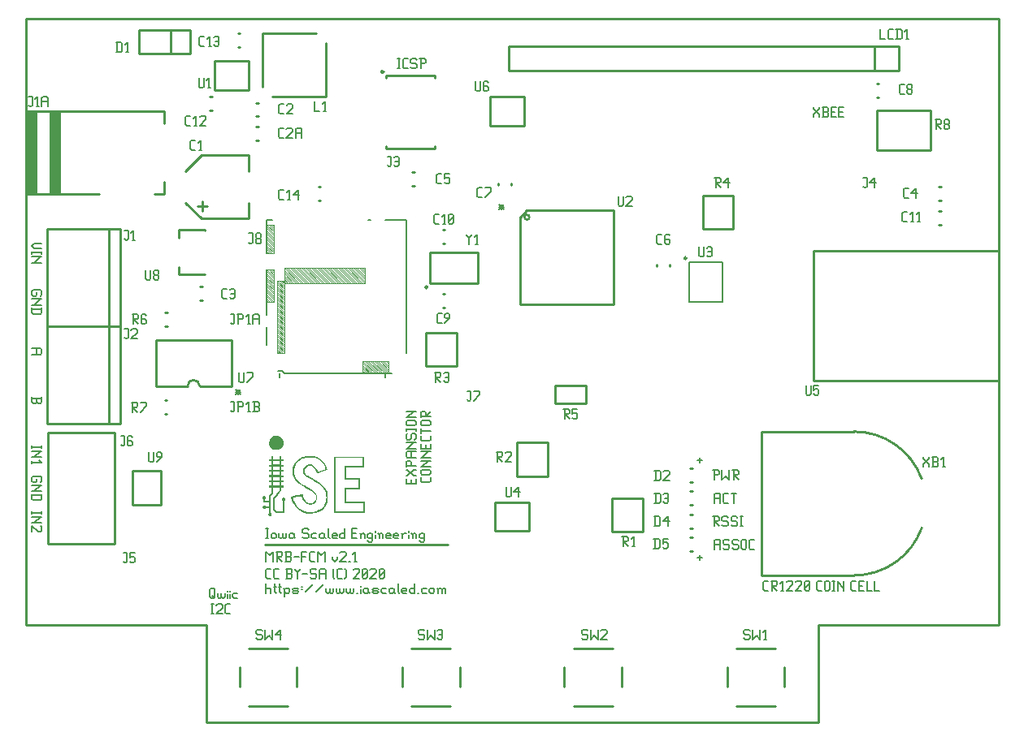
<source format=gbr>
G04 start of page 9 for group -4079 idx -4079 *
G04 Title: (unknown), topsilk *
G04 Creator: pcb 4.0.2 *
G04 CreationDate: Thu Jul  2 20:22:59 2020 UTC *
G04 For: ndholmes *
G04 Format: Gerber/RS-274X *
G04 PCB-Dimensions (mil): 4000.00 2900.00 *
G04 PCB-Coordinate-Origin: lower left *
%MOIN*%
%FSLAX25Y25*%
%LNTOPSILK*%
%ADD98C,0.0050*%
%ADD97C,0.0020*%
%ADD96C,0.0080*%
%ADD95C,0.0100*%
%ADD94C,0.0001*%
G54D94*G36*
X100543Y85209D02*X100147Y85480D01*
X100011Y85925D01*
X100065Y86240D01*
X100261Y86490D01*
X100391Y86604D01*
Y88486D01*
X99718D01*
X99241Y88481D01*
X99045Y88464D01*
X98953Y88340D01*
X98600Y88117D01*
X98172D01*
X97873Y88307D01*
X97689Y88600D01*
X97662Y88931D01*
X97770Y89224D01*
X97987Y89446D01*
X98302Y89566D01*
X98682Y89512D01*
X98991Y89273D01*
X99056Y89175D01*
X99724D01*
X100391Y89170D01*
Y90667D01*
X98058D01*
Y91400D01*
X98053Y92127D01*
X97955Y92197D01*
X97787Y92376D01*
X97678Y92593D01*
X97689Y93027D01*
X97873Y93315D01*
X98161Y93494D01*
X98497Y93526D01*
X98790Y93423D01*
X99013Y93201D01*
X99132Y92881D01*
X99078Y92506D01*
X98839Y92197D01*
X98742Y92127D01*
Y91351D01*
X100391D01*
Y93656D01*
X100857Y94248D01*
X101329Y94839D01*
Y96906D01*
X100418D01*
Y97693D01*
X104802D01*
Y99066D01*
X101986D01*
Y97693D01*
X101329D01*
Y99066D01*
X100418D01*
Y99825D01*
X101319D01*
Y101192D01*
X102002Y101219D01*
X101997Y100557D01*
X101991Y100086D01*
X102002Y99868D01*
X102067Y99858D01*
X102290Y99847D01*
X102724Y99841D01*
X103407Y99836D01*
X104802D01*
Y101219D01*
X102002D01*
X101319Y101192D01*
X100418D01*
Y101952D01*
X101329D01*
X101986Y101979D01*
X104802D01*
Y103352D01*
X101986D01*
Y101979D01*
X101329Y101952D01*
Y103324D01*
X100418D01*
Y104084D01*
X101319D01*
X101329Y105462D01*
X101986Y105505D01*
Y104827D01*
X101991Y104344D01*
X102008Y104127D01*
X102420Y104117D01*
X103407Y104111D01*
X104791D01*
X104796Y104800D01*
Y104816D01*
X104807Y105505D01*
X101986D01*
X101329Y105462D01*
X100418D01*
Y106222D01*
X101319D01*
Y107594D01*
X102002Y107648D01*
X101997Y106992D01*
X101991Y106515D01*
X102002Y106297D01*
X102067Y106287D01*
X102290Y106276D01*
X102724Y106270D01*
X103407Y106265D01*
X104807D01*
X104796Y106959D01*
X104791Y107648D01*
X102002D01*
X101319Y107594D01*
X100418D01*
Y108354D01*
X101329D01*
Y109596D01*
X101986D01*
Y108354D01*
X104802D01*
Y109596D01*
X105491D01*
Y108354D01*
X106402D01*
Y107594D01*
X105491D01*
Y106194D01*
X106402D01*
Y105435D01*
X105491D01*
Y104041D01*
X106402D01*
Y103281D01*
X105491D01*
Y101908D01*
X106402D01*
Y101149D01*
X105491D01*
Y99755D01*
X106402D01*
Y98995D01*
X105491D01*
Y97622D01*
X106402D01*
Y96836D01*
X105491D01*
X105485Y96250D01*
Y95658D01*
X104069Y93868D01*
X102648Y92083D01*
Y88074D01*
X103624Y87097D01*
X106044D01*
Y89219D01*
X106039Y90043D01*
Y90716D01*
X106033Y91172D01*
X106028Y91334D01*
X105903Y91427D01*
X105659Y91893D01*
X105794Y92409D01*
X106370Y92718D01*
X106972Y92447D01*
X107129Y91882D01*
X106831Y91372D01*
X106733Y91302D01*
Y86414D01*
X103342D01*
X101986Y87770D01*
Y92344D01*
X103396Y94123D01*
X104802Y95903D01*
Y96841D01*
X101986D01*
Y94503D01*
X101074Y93353D01*
Y86522D01*
X101140Y86490D01*
X101319Y86321D01*
X101449Y86088D01*
X101416Y85573D01*
X101069Y85193D01*
X100803Y85133D01*
X100543Y85144D01*
Y85209D01*
G37*
G36*
X116385Y86229D02*X114567Y86571D01*
X112983Y87293D01*
X111876Y88171D01*
X110932Y89278D01*
X110070Y90841D01*
X109424Y92696D01*
X109326Y93065D01*
X111746Y93581D01*
X112679Y93781D01*
X113455Y93944D01*
X113981Y94047D01*
X114182Y94080D01*
X114236Y93868D01*
X114285Y93618D01*
X114367Y93282D01*
X114730Y92257D01*
X115245Y91432D01*
X115891Y90824D01*
X116662Y90461D01*
X116900Y90418D01*
X117296Y90401D01*
X117687Y90418D01*
X117942Y90461D01*
X118962Y91047D01*
X119521Y92083D01*
X119575Y92712D01*
X119521Y93309D01*
X120123Y93483D01*
X120161Y92067D01*
X119803Y91117D01*
X119173Y90385D01*
X118316Y89924D01*
X117280Y89756D01*
X115951Y90059D01*
X114882Y90884D01*
X114090Y92127D01*
X113889Y92653D01*
X113743Y93157D01*
X113694Y93326D01*
X113645Y93342D01*
X113493Y93315D01*
X113135Y93239D01*
X112609Y93125D01*
X111979Y92989D01*
X110829Y92745D01*
X110292Y92626D01*
X110129Y92577D01*
Y92544D01*
X110178Y92360D01*
X110303Y91991D01*
X110449Y91584D01*
X110574Y91258D01*
X111572Y89479D01*
X112858Y88150D01*
X114432Y87282D01*
X116303Y86864D01*
X116699Y86853D01*
X117247D01*
X117795Y86869D01*
X118218Y86902D01*
X119548Y87157D01*
X120709Y87591D01*
X121609Y88123D01*
X122363Y88779D01*
X122966Y89560D01*
X123432Y90466D01*
X123660Y91161D01*
X123817Y91947D01*
X123866Y92902D01*
X123817Y93836D01*
X123590Y94823D01*
X123232Y95713D01*
X122711Y96532D01*
X122027Y97313D01*
X121327Y97959D01*
X120519Y98556D01*
X119445Y99217D01*
X117953Y100047D01*
X116808Y100682D01*
X116016Y101160D01*
X115463Y101561D01*
X115034Y101963D01*
X114486Y102749D01*
X114318Y103617D01*
X114464Y104659D01*
X114898Y105473D01*
X115603Y106037D01*
X116558Y106319D01*
X117139Y106336D01*
X117714Y106270D01*
X118484Y105977D01*
X119152Y105451D01*
X119727Y104686D01*
X120221Y103666D01*
X120307Y103466D01*
X120367Y103422D01*
X120530Y103471D01*
X120909Y103574D01*
X121419Y103726D01*
X122005Y103894D01*
X122581Y104062D01*
X123080Y104214D01*
X123438Y104317D01*
X123579Y104361D01*
X123552Y104485D01*
X123465Y104762D01*
X123340Y105104D01*
X123221Y105419D01*
X122543Y106634D01*
X121653Y107638D01*
X120579Y108413D01*
X119325Y108940D01*
X117568Y109243D01*
X115647Y109157D01*
X113900Y108696D01*
X112500Y107860D01*
X111800Y107133D01*
X111258Y106249D01*
X110889Y105223D01*
X110688Y104073D01*
X110661Y103297D01*
X110699Y102587D01*
X110938Y101605D01*
X111377Y100699D01*
X112017Y99858D01*
X112880Y99066D01*
X113422Y98659D01*
X114052Y98246D01*
X114855Y97769D01*
X115940Y97161D01*
X116667Y96760D01*
X117209Y96451D01*
X117633Y96196D01*
X118007Y95957D01*
X119439Y94747D01*
X120123Y93483D01*
X119521Y93309D01*
X118924Y94378D01*
X117665Y95425D01*
X117302Y95658D01*
X116895Y95903D01*
X116379Y96196D01*
X115685Y96575D01*
X114307Y97351D01*
X113292Y97980D01*
X112517Y98545D01*
X111860Y99125D01*
X111111Y99966D01*
X110574Y100850D01*
X110156Y102033D01*
X110026Y103346D01*
X110118Y104632D01*
X110411Y105831D01*
X111171Y107355D01*
X112332Y108538D01*
X113862Y109363D01*
X115734Y109802D01*
X117193Y109884D01*
X118577Y109759D01*
X119852Y109433D01*
X120991Y108907D01*
X122130Y108061D01*
X123069Y106976D01*
X123796Y105674D01*
X124289Y104171D01*
X124349Y103916D01*
X122147Y103276D01*
X121284Y103032D01*
X120579Y102831D01*
X120101Y102701D01*
X119922Y102657D01*
X119846Y102858D01*
X119618Y103460D01*
X119358Y104035D01*
X118598Y105104D01*
X117649Y105636D01*
X117014Y105701D01*
X116363Y105652D01*
X115506Y105180D01*
X115169Y104719D01*
X114985Y104122D01*
X114947Y103639D01*
X114985Y103227D01*
X115332Y102576D01*
X116059Y101908D01*
X116412Y101664D01*
X116851Y101388D01*
X117426Y101062D01*
X118197Y100639D01*
X119065Y100167D01*
X119748Y99782D01*
X120307Y99451D01*
X120785Y99142D01*
X122011Y98214D01*
X122977Y97226D01*
X123704Y96174D01*
X124192Y95034D01*
X124468Y93662D01*
X124474Y92230D01*
X124219Y90830D01*
X123709Y89566D01*
X122912Y88448D01*
X121870Y87537D01*
X120600Y86859D01*
X119135Y86414D01*
X117757Y86240D01*
X116385Y86235D01*
Y86229D01*
G37*
G36*
X126970Y98035D02*X127610Y98040D01*
X127604Y87141D01*
X139030D01*
Y90298D01*
X131256D01*
Y96819D01*
X136941D01*
Y99988D01*
X131256D01*
Y105771D01*
X138716D01*
Y108940D01*
X127621D01*
X127610Y98040D01*
X126970Y98035D01*
Y109564D01*
X139350D01*
Y105153D01*
X131890D01*
Y100633D01*
X137571D01*
Y96223D01*
X131907D01*
X131896Y93591D01*
X131890Y90960D01*
X139654D01*
Y86522D01*
X126970D01*
Y98035D01*
G37*
G36*
X102941Y112282D02*X102056Y112569D01*
X101291Y113128D01*
X100743Y113860D01*
X100456Y114723D01*
X100418Y115363D01*
X100499Y115982D01*
X100809Y116747D01*
X101329Y117398D01*
X102176Y117973D01*
X103147Y118216D01*
X104156Y118129D01*
X105100Y117702D01*
X105653Y117197D01*
X106077Y116579D01*
X106310Y115895D01*
X106380Y115168D01*
X106272Y114441D01*
X106006Y113768D01*
X105599Y113220D01*
X105084Y112775D01*
X104482Y112455D01*
X103831Y112282D01*
X103380Y112260D01*
X102941Y112282D01*
G37*
G54D95*X399500Y40500D02*Y289500D01*
X74500Y40500D02*Y500D01*
X325500D01*
Y40500D01*
X399500D01*
X98500Y73500D02*X173500D01*
X500Y289500D02*Y40500D01*
X399500Y289500D02*X500D01*
Y40500D02*X74500D01*
G54D96*X3000Y154000D02*X6500D01*
X7000Y153500D01*
Y152000D01*
X6500Y151500D01*
X3000D02*X6500D01*
X5000Y154000D02*Y151500D01*
X7000Y176000D02*X6500Y175500D01*
X7000Y177500D02*Y176000D01*
X6500Y178000D02*X7000Y177500D01*
X3500Y178000D02*X6500D01*
X3500D02*X3000Y177500D01*
Y176000D01*
X3500Y175500D01*
X4500D01*
X5000Y176000D02*X4500Y175500D01*
X5000Y177000D02*Y176000D01*
X3000Y174300D02*X7000D01*
X6500D02*X7000D01*
X6500D02*X4000Y171800D01*
X3000D02*X7000D01*
X3000Y170100D02*X7000D01*
Y168600D02*X6500Y168100D01*
X3500D02*X6500D01*
X3000Y168600D02*X3500Y168100D01*
X3000Y170600D02*Y168600D01*
X7000Y170600D02*Y168600D01*
X4000Y197000D02*X7000D01*
X4000D02*X3000Y196000D01*
X4000Y195000D01*
X7000D01*
Y193800D02*Y192800D01*
X3000Y193300D02*X7000D01*
X3000Y193800D02*Y192800D01*
Y191600D02*X7000D01*
X6500D02*X7000D01*
X6500D02*X4000Y189100D01*
X3000D02*X7000D01*
X3000Y134000D02*Y132000D01*
X3500Y131500D01*
X4500D01*
X5000Y132000D02*X4500Y131500D01*
X5000Y133500D02*Y132000D01*
X3000Y133500D02*X7000D01*
Y134000D02*Y132000D01*
X6500Y131500D01*
X5500D02*X6500D01*
X5000Y132000D02*X5500Y131500D01*
X7000Y99500D02*X6500Y99000D01*
X7000Y101000D02*Y99500D01*
X6500Y101500D02*X7000Y101000D01*
X3500Y101500D02*X6500D01*
X3500D02*X3000Y101000D01*
Y99500D01*
X3500Y99000D01*
X4500D01*
X5000Y99500D02*X4500Y99000D01*
X5000Y100500D02*Y99500D01*
X3000Y97800D02*X7000D01*
X6500D02*X7000D01*
X6500D02*X4000Y95300D01*
X3000D02*X7000D01*
X3000Y93600D02*X7000D01*
Y92100D02*X6500Y91600D01*
X3500D02*X6500D01*
X3000Y92100D02*X3500Y91600D01*
X3000Y94100D02*Y92100D01*
X7000Y94100D02*Y92100D01*
Y114000D02*Y113000D01*
X3000Y113500D02*X7000D01*
X3000Y114000D02*Y113000D01*
Y111800D02*X7000D01*
X6500D02*X7000D01*
X6500D02*X4000Y109300D01*
X3000D02*X7000D01*
X3000Y107600D02*Y106600D01*
Y107100D02*X7000D01*
X6000Y108100D02*X7000Y107100D01*
Y87000D02*Y86000D01*
X3000Y86500D02*X7000D01*
X3000Y87000D02*Y86000D01*
Y84800D02*X7000D01*
X6500D02*X7000D01*
X6500D02*X4000Y82300D01*
X3000D02*X7000D01*
X6500Y81100D02*X7000Y80600D01*
Y79100D01*
X6500Y78600D01*
X5500D02*X6500D01*
X3000Y81100D02*X5500Y78600D01*
X3000Y81100D02*Y78600D01*
X86500Y137000D02*X88500Y135000D01*
X86500D02*X88500Y137000D01*
X86500Y136000D02*X88500D01*
X87500Y137000D02*Y135000D01*
X99000Y80000D02*X100000D01*
X99500D02*Y76000D01*
X99000D02*X100000D01*
X101200Y77500D02*Y76500D01*
Y77500D02*X101700Y78000D01*
X102700D01*
X103200Y77500D01*
Y76500D01*
X102700Y76000D02*X103200Y76500D01*
X101700Y76000D02*X102700D01*
X101200Y76500D02*X101700Y76000D01*
X104400Y78000D02*Y76500D01*
X104900Y76000D01*
X105400D01*
X105900Y76500D01*
Y78000D02*Y76500D01*
X106400Y76000D01*
X106900D01*
X107400Y76500D01*
Y78000D02*Y76500D01*
X110100Y78000D02*X110600Y77500D01*
X109100Y78000D02*X110100D01*
X108600Y77500D02*X109100Y78000D01*
X108600Y77500D02*Y76500D01*
X109100Y76000D01*
X110600Y78000D02*Y76500D01*
X111100Y76000D01*
X109100D02*X110100D01*
X110600Y76500D01*
X116100Y80000D02*X116600Y79500D01*
X114600Y80000D02*X116100D01*
X114100Y79500D02*X114600Y80000D01*
X114100Y79500D02*Y78500D01*
X114600Y78000D01*
X116100D01*
X116600Y77500D01*
Y76500D01*
X116100Y76000D02*X116600Y76500D01*
X114600Y76000D02*X116100D01*
X114100Y76500D02*X114600Y76000D01*
X118300Y78000D02*X119800D01*
X117800Y77500D02*X118300Y78000D01*
X117800Y77500D02*Y76500D01*
X118300Y76000D01*
X119800D01*
X122500Y78000D02*X123000Y77500D01*
X121500Y78000D02*X122500D01*
X121000Y77500D02*X121500Y78000D01*
X121000Y77500D02*Y76500D01*
X121500Y76000D01*
X123000Y78000D02*Y76500D01*
X123500Y76000D01*
X121500D02*X122500D01*
X123000Y76500D01*
X124700Y80000D02*Y76500D01*
X125200Y76000D01*
X126700D02*X128200D01*
X126200Y76500D02*X126700Y76000D01*
X126200Y77500D02*Y76500D01*
Y77500D02*X126700Y78000D01*
X127700D01*
X128200Y77500D01*
X126200Y77000D02*X128200D01*
Y77500D02*Y77000D01*
X131400Y80000D02*Y76000D01*
X130900D02*X131400Y76500D01*
X129900Y76000D02*X130900D01*
X129400Y76500D02*X129900Y76000D01*
X129400Y77500D02*Y76500D01*
Y77500D02*X129900Y78000D01*
X130900D01*
X131400Y77500D01*
X134400Y78000D02*X135900D01*
X134400Y76000D02*X136400D01*
X134400Y80000D02*Y76000D01*
Y80000D02*X136400D01*
X138100Y77500D02*Y76000D01*
Y77500D02*X138600Y78000D01*
X139100D01*
X139600Y77500D01*
Y76000D01*
X137600Y78000D02*X138100Y77500D01*
X142300Y78000D02*X142800Y77500D01*
X141300Y78000D02*X142300D01*
X140800Y77500D02*X141300Y78000D01*
X140800Y77500D02*Y76500D01*
X141300Y76000D01*
X142300D01*
X142800Y76500D01*
X140800Y75000D02*X141300Y74500D01*
X142300D01*
X142800Y75000D01*
Y78000D02*Y75000D01*
X144000Y79000D02*Y78500D01*
Y77500D02*Y76000D01*
X145500Y77500D02*Y76000D01*
Y77500D02*X146000Y78000D01*
X146500D01*
X147000Y77500D01*
Y76000D01*
X145000Y78000D02*X145500Y77500D01*
X148700Y76000D02*X150200D01*
X148200Y76500D02*X148700Y76000D01*
X148200Y77500D02*Y76500D01*
Y77500D02*X148700Y78000D01*
X149700D01*
X150200Y77500D01*
X148200Y77000D02*X150200D01*
Y77500D02*Y77000D01*
X151900Y76000D02*X153400D01*
X151400Y76500D02*X151900Y76000D01*
X151400Y77500D02*Y76500D01*
Y77500D02*X151900Y78000D01*
X152900D01*
X153400Y77500D01*
X151400Y77000D02*X153400D01*
Y77500D02*Y77000D01*
X155100Y77500D02*Y76000D01*
Y77500D02*X155600Y78000D01*
X156600D01*
X154600D02*X155100Y77500D01*
X157800Y79000D02*Y78500D01*
Y77500D02*Y76000D01*
X159300Y77500D02*Y76000D01*
Y77500D02*X159800Y78000D01*
X160300D01*
X160800Y77500D01*
Y76000D01*
X158800Y78000D02*X159300Y77500D01*
X163500Y78000D02*X164000Y77500D01*
X162500Y78000D02*X163500D01*
X162000Y77500D02*X162500Y78000D01*
X162000Y77500D02*Y76500D01*
X162500Y76000D01*
X163500D01*
X164000Y76500D01*
X162000Y75000D02*X162500Y74500D01*
X163500D01*
X164000Y75000D01*
Y78000D02*Y75000D01*
X99500Y59500D02*X101000D01*
X99000Y60000D02*X99500Y59500D01*
X99000Y63000D02*Y60000D01*
Y63000D02*X99500Y63500D01*
X101000D01*
X102700Y59500D02*X104200D01*
X102200Y60000D02*X102700Y59500D01*
X102200Y63000D02*Y60000D01*
Y63000D02*X102700Y63500D01*
X104200D01*
X107200Y59500D02*X109200D01*
X109700Y60000D01*
Y61000D02*Y60000D01*
X109200Y61500D02*X109700Y61000D01*
X107700Y61500D02*X109200D01*
X107700Y63500D02*Y59500D01*
X107200Y63500D02*X109200D01*
X109700Y63000D01*
Y62000D01*
X109200Y61500D02*X109700Y62000D01*
X110900Y63500D02*Y63000D01*
X111900Y62000D01*
X112900Y63000D01*
Y63500D02*Y63000D01*
X111900Y62000D02*Y59500D01*
X114100Y61500D02*X116100D01*
X119300Y63500D02*X119800Y63000D01*
X117800Y63500D02*X119300D01*
X117300Y63000D02*X117800Y63500D01*
X117300Y63000D02*Y62000D01*
X117800Y61500D01*
X119300D01*
X119800Y61000D01*
Y60000D01*
X119300Y59500D02*X119800Y60000D01*
X117800Y59500D02*X119300D01*
X117300Y60000D02*X117800Y59500D01*
X121000Y63000D02*Y59500D01*
Y63000D02*X121500Y63500D01*
X123000D01*
X123500Y63000D01*
Y59500D01*
X121000Y61500D02*X123500D01*
X126500Y60000D02*X127000Y59500D01*
X126500Y63000D02*X127000Y63500D01*
X126500Y63000D02*Y60000D01*
X128700Y59500D02*X130200D01*
X128200Y60000D02*X128700Y59500D01*
X128200Y63000D02*Y60000D01*
Y63000D02*X128700Y63500D01*
X130200D01*
X131400D02*X131900Y63000D01*
Y60000D01*
X131400Y59500D02*X131900Y60000D01*
X134900Y63000D02*X135400Y63500D01*
X136900D01*
X137400Y63000D01*
Y62000D01*
X134900Y59500D02*X137400Y62000D01*
X134900Y59500D02*X137400D01*
X138600Y60000D02*X139100Y59500D01*
X138600Y63000D02*Y60000D01*
Y63000D02*X139100Y63500D01*
X140100D01*
X140600Y63000D01*
Y60000D01*
X140100Y59500D02*X140600Y60000D01*
X139100Y59500D02*X140100D01*
X138600Y60500D02*X140600Y62500D01*
X141800Y63000D02*X142300Y63500D01*
X143800D01*
X144300Y63000D01*
Y62000D01*
X141800Y59500D02*X144300Y62000D01*
X141800Y59500D02*X144300D01*
X145500Y60000D02*X146000Y59500D01*
X145500Y63000D02*Y60000D01*
Y63000D02*X146000Y63500D01*
X147000D01*
X147500Y63000D01*
Y60000D01*
X147000Y59500D02*X147500Y60000D01*
X146000Y59500D02*X147000D01*
X145500Y60500D02*X147500Y62500D01*
X166500Y101000D02*Y99500D01*
X166000Y99000D02*X166500Y99500D01*
X163000Y99000D02*X166000D01*
X163000D02*X162500Y99500D01*
Y101000D02*Y99500D01*
X163000Y102200D02*X166000D01*
X163000D02*X162500Y102700D01*
Y103700D02*Y102700D01*
Y103700D02*X163000Y104200D01*
X166000D01*
X166500Y103700D02*X166000Y104200D01*
X166500Y103700D02*Y102700D01*
X166000Y102200D02*X166500Y102700D01*
X162500Y105400D02*X166500D01*
X162500D02*X163000D01*
X165500Y107900D01*
X162500D02*X166500D01*
X162500Y109100D02*X166500D01*
X162500D02*X163000D01*
X165500Y111600D01*
X162500D02*X166500D01*
X164500Y114300D02*Y112800D01*
X166500Y114800D02*Y112800D01*
X162500D02*X166500D01*
X162500Y114800D02*Y112800D01*
X166500Y118000D02*Y116500D01*
X166000Y116000D02*X166500Y116500D01*
X163000Y116000D02*X166000D01*
X163000D02*X162500Y116500D01*
Y118000D02*Y116500D01*
Y121200D02*Y119200D01*
Y120200D02*X166500D01*
X163000Y122400D02*X166000D01*
X163000D02*X162500Y122900D01*
Y123900D02*Y122900D01*
Y123900D02*X163000Y124400D01*
X166000D01*
X166500Y123900D02*X166000Y124400D01*
X166500Y123900D02*Y122900D01*
X166000Y122400D02*X166500Y122900D01*
X162500Y127600D02*Y125600D01*
Y127600D02*X163000Y128100D01*
X164000D01*
X164500Y127600D02*X164000Y128100D01*
X164500Y127600D02*Y126100D01*
X162500D02*X166500D01*
X164500D02*X166500Y128100D01*
X158500Y100000D02*Y98500D01*
X160500Y100500D02*Y98500D01*
X156500D02*X160500D01*
X156500Y100500D02*Y98500D01*
Y101700D02*X157000D01*
X159500Y104200D01*
X160500D01*
X159500Y101700D02*X160500D01*
X159500D02*X157000Y104200D01*
X156500D02*X157000D01*
X156500Y105900D02*X160500D01*
X156500Y107400D02*Y105400D01*
Y107400D02*X157000Y107900D01*
X158000D01*
X158500Y107400D02*X158000Y107900D01*
X158500Y107400D02*Y105900D01*
X157000Y109100D02*X160500D01*
X157000D02*X156500Y109600D01*
Y111100D02*Y109600D01*
Y111100D02*X157000Y111600D01*
X160500D01*
X158500D02*Y109100D01*
X156500Y112800D02*X160500D01*
X156500D02*X157000D01*
X159500Y115300D01*
X156500D02*X160500D01*
X156500Y118500D02*X157000Y119000D01*
X156500Y118500D02*Y117000D01*
X157000Y116500D02*X156500Y117000D01*
X157000Y116500D02*X158000D01*
X158500Y117000D01*
Y118500D02*Y117000D01*
Y118500D02*X159000Y119000D01*
X160000D01*
X160500Y118500D02*X160000Y119000D01*
X160500Y118500D02*Y117000D01*
X160000Y116500D02*X160500Y117000D01*
X156500Y121200D02*Y120200D01*
Y120700D02*X160500D01*
Y121200D02*Y120200D01*
X157000Y122400D02*X160000D01*
X157000D02*X156500Y122900D01*
Y123900D02*Y122900D01*
Y123900D02*X157000Y124400D01*
X160000D01*
X160500Y123900D02*X160000Y124400D01*
X160500Y123900D02*Y122900D01*
X160000Y122400D02*X160500Y122900D01*
X156500Y125600D02*X160500D01*
X156500D02*X157000D01*
X159500Y128100D01*
X156500D02*X160500D01*
X99000Y70500D02*Y66500D01*
Y70500D02*X100500Y69000D01*
X102000Y70500D01*
Y66500D01*
X103200Y70500D02*X105200D01*
X105700Y70000D01*
Y69000D01*
X105200Y68500D02*X105700Y69000D01*
X103700Y68500D02*X105200D01*
X103700Y70500D02*Y66500D01*
Y68500D02*X105700Y66500D01*
X106900D02*X108900D01*
X109400Y67000D01*
Y68000D02*Y67000D01*
X108900Y68500D02*X109400Y68000D01*
X107400Y68500D02*X108900D01*
X107400Y70500D02*Y66500D01*
X106900Y70500D02*X108900D01*
X109400Y70000D01*
Y69000D01*
X108900Y68500D02*X109400Y69000D01*
X110600Y68500D02*X112600D01*
X113800Y70500D02*Y66500D01*
Y70500D02*X115800D01*
X113800Y68500D02*X115300D01*
X117500Y66500D02*X119000D01*
X117000Y67000D02*X117500Y66500D01*
X117000Y70000D02*Y67000D01*
Y70000D02*X117500Y70500D01*
X119000D01*
X120200D02*Y66500D01*
Y70500D02*X121700Y69000D01*
X123200Y70500D01*
Y66500D01*
X126200Y68500D02*Y67500D01*
X127200Y66500D01*
X128200Y67500D01*
Y68500D02*Y67500D01*
X129400Y70000D02*X129900Y70500D01*
X131400D01*
X131900Y70000D01*
Y69000D01*
X129400Y66500D02*X131900Y69000D01*
X129400Y66500D02*X131900D01*
X133100D02*X133600D01*
X135300D02*X136300D01*
X135800Y70500D02*Y66500D01*
X134800Y69500D02*X135800Y70500D01*
X99000Y57500D02*Y53500D01*
Y55000D02*X99500Y55500D01*
X100500D01*
X101000Y55000D01*
Y53500D01*
X102700Y57500D02*Y54000D01*
X103200Y53500D01*
X102200Y56000D02*X103200D01*
X104700Y57500D02*Y54000D01*
X105200Y53500D01*
X104200Y56000D02*X105200D01*
X106700Y55000D02*Y52000D01*
X106200Y55500D02*X106700Y55000D01*
X107200Y55500D01*
X108200D01*
X108700Y55000D01*
Y54000D01*
X108200Y53500D02*X108700Y54000D01*
X107200Y53500D02*X108200D01*
X106700Y54000D02*X107200Y53500D01*
X110400D02*X111900D01*
X112400Y54000D01*
X111900Y54500D02*X112400Y54000D01*
X110400Y54500D02*X111900D01*
X109900Y55000D02*X110400Y54500D01*
X109900Y55000D02*X110400Y55500D01*
X111900D01*
X112400Y55000D01*
X109900Y54000D02*X110400Y53500D01*
X113600Y56000D02*X114100D01*
X113600Y55000D02*X114100D01*
X115300Y54000D02*X118300Y57000D01*
X119500Y54000D02*X122500Y57000D01*
X123700Y55500D02*Y54000D01*
X124200Y53500D01*
X124700D01*
X125200Y54000D01*
Y55500D02*Y54000D01*
X125700Y53500D01*
X126200D01*
X126700Y54000D01*
Y55500D02*Y54000D01*
X127900Y55500D02*Y54000D01*
X128400Y53500D01*
X128900D01*
X129400Y54000D01*
Y55500D02*Y54000D01*
X129900Y53500D01*
X130400D01*
X130900Y54000D01*
Y55500D02*Y54000D01*
X132100Y55500D02*Y54000D01*
X132600Y53500D01*
X133100D01*
X133600Y54000D01*
Y55500D02*Y54000D01*
X134100Y53500D01*
X134600D01*
X135100Y54000D01*
Y55500D02*Y54000D01*
X136300Y53500D02*X136800D01*
X138000Y56500D02*Y56000D01*
Y55000D02*Y53500D01*
X140500Y55500D02*X141000Y55000D01*
X139500Y55500D02*X140500D01*
X139000Y55000D02*X139500Y55500D01*
X139000Y55000D02*Y54000D01*
X139500Y53500D01*
X141000Y55500D02*Y54000D01*
X141500Y53500D01*
X139500D02*X140500D01*
X141000Y54000D01*
X143200Y53500D02*X144700D01*
X145200Y54000D01*
X144700Y54500D02*X145200Y54000D01*
X143200Y54500D02*X144700D01*
X142700Y55000D02*X143200Y54500D01*
X142700Y55000D02*X143200Y55500D01*
X144700D01*
X145200Y55000D01*
X142700Y54000D02*X143200Y53500D01*
X146900Y55500D02*X148400D01*
X146400Y55000D02*X146900Y55500D01*
X146400Y55000D02*Y54000D01*
X146900Y53500D01*
X148400D01*
X151100Y55500D02*X151600Y55000D01*
X150100Y55500D02*X151100D01*
X149600Y55000D02*X150100Y55500D01*
X149600Y55000D02*Y54000D01*
X150100Y53500D01*
X151600Y55500D02*Y54000D01*
X152100Y53500D01*
X150100D02*X151100D01*
X151600Y54000D01*
X153300Y57500D02*Y54000D01*
X153800Y53500D01*
X155300D02*X156800D01*
X154800Y54000D02*X155300Y53500D01*
X154800Y55000D02*Y54000D01*
Y55000D02*X155300Y55500D01*
X156300D01*
X156800Y55000D01*
X154800Y54500D02*X156800D01*
Y55000D02*Y54500D01*
X160000Y57500D02*Y53500D01*
X159500D02*X160000Y54000D01*
X158500Y53500D02*X159500D01*
X158000Y54000D02*X158500Y53500D01*
X158000Y55000D02*Y54000D01*
Y55000D02*X158500Y55500D01*
X159500D01*
X160000Y55000D01*
X161200Y53500D02*X161700D01*
X163400Y55500D02*X164900D01*
X162900Y55000D02*X163400Y55500D01*
X162900Y55000D02*Y54000D01*
X163400Y53500D01*
X164900D01*
X166100Y55000D02*Y54000D01*
Y55000D02*X166600Y55500D01*
X167600D01*
X168100Y55000D01*
Y54000D01*
X167600Y53500D02*X168100Y54000D01*
X166600Y53500D02*X167600D01*
X166100Y54000D02*X166600Y53500D01*
X169800Y55000D02*Y53500D01*
Y55000D02*X170300Y55500D01*
X170800D01*
X171300Y55000D01*
Y53500D01*
Y55000D02*X171800Y55500D01*
X172300D01*
X172800Y55000D01*
Y53500D01*
X169300Y55500D02*X169800Y55000D01*
X76000D02*Y52000D01*
Y55000D02*X76500Y55500D01*
X77500D01*
X78000Y55000D01*
Y52000D01*
X77500Y51500D02*X78000Y52000D01*
X76500Y51500D02*X77500D01*
X76000Y52000D02*X76500Y51500D01*
X77000Y52500D02*X78000Y51500D01*
X79200Y53500D02*Y52000D01*
X79700Y51500D01*
X80200D01*
X80700Y52000D01*
Y53500D02*Y52000D01*
X81200Y51500D01*
X81700D01*
X82200Y52000D01*
Y53500D02*Y52000D01*
X83400Y54500D02*Y54000D01*
Y53000D02*Y51500D01*
X84400Y54500D02*Y54000D01*
Y53000D02*Y51500D01*
X85900Y53500D02*X87400D01*
X85400Y53000D02*X85900Y53500D01*
X85400Y53000D02*Y52000D01*
X85900Y51500D01*
X87400D01*
X76500Y49000D02*X77500D01*
X77000D02*Y45000D01*
X76500D02*X77500D01*
X78700Y48500D02*X79200Y49000D01*
X80700D01*
X81200Y48500D01*
Y47500D01*
X78700Y45000D02*X81200Y47500D01*
X78700Y45000D02*X81200D01*
X82900D02*X84400D01*
X82400Y45500D02*X82900Y45000D01*
X82400Y48500D02*Y45500D01*
Y48500D02*X82900Y49000D01*
X84400D01*
X275957Y68000D02*X277957D01*
X276957Y69000D02*Y67000D01*
X282957Y75000D02*Y71500D01*
Y75000D02*X283457Y75500D01*
X284957D01*
X285457Y75000D01*
Y71500D01*
X282957Y73500D02*X285457D01*
X288657Y75500D02*X289157Y75000D01*
X287157Y75500D02*X288657D01*
X286657Y75000D02*X287157Y75500D01*
X286657Y75000D02*Y74000D01*
X287157Y73500D01*
X288657D01*
X289157Y73000D01*
Y72000D01*
X288657Y71500D02*X289157Y72000D01*
X287157Y71500D02*X288657D01*
X286657Y72000D02*X287157Y71500D01*
X292357Y75500D02*X292857Y75000D01*
X290857Y75500D02*X292357D01*
X290357Y75000D02*X290857Y75500D01*
X290357Y75000D02*Y74000D01*
X290857Y73500D01*
X292357D01*
X292857Y73000D01*
Y72000D01*
X292357Y71500D02*X292857Y72000D01*
X290857Y71500D02*X292357D01*
X290357Y72000D02*X290857Y71500D01*
X294057Y75000D02*Y72000D01*
Y75000D02*X294557Y75500D01*
X295557D01*
X296057Y75000D01*
Y72000D01*
X295557Y71500D02*X296057Y72000D01*
X294557Y71500D02*X295557D01*
X294057Y72000D02*X294557Y71500D01*
X297757D02*X299257D01*
X297257Y72000D02*X297757Y71500D01*
X297257Y75000D02*Y72000D01*
Y75000D02*X297757Y75500D01*
X299257D01*
X303500Y54500D02*X305000D01*
X303000Y55000D02*X303500Y54500D01*
X303000Y58000D02*Y55000D01*
Y58000D02*X303500Y58500D01*
X305000D01*
X306200D02*X308200D01*
X308700Y58000D01*
Y57000D01*
X308200Y56500D02*X308700Y57000D01*
X306700Y56500D02*X308200D01*
X306700Y58500D02*Y54500D01*
Y56500D02*X308700Y54500D01*
X310400D02*X311400D01*
X310900Y58500D02*Y54500D01*
X309900Y57500D02*X310900Y58500D01*
X312600Y58000D02*X313100Y58500D01*
X314600D01*
X315100Y58000D01*
Y57000D01*
X312600Y54500D02*X315100Y57000D01*
X312600Y54500D02*X315100D01*
X316300Y58000D02*X316800Y58500D01*
X318300D01*
X318800Y58000D01*
Y57000D01*
X316300Y54500D02*X318800Y57000D01*
X316300Y54500D02*X318800D01*
X320000Y55000D02*X320500Y54500D01*
X320000Y58000D02*Y55000D01*
Y58000D02*X320500Y58500D01*
X321500D01*
X322000Y58000D01*
Y55000D01*
X321500Y54500D02*X322000Y55000D01*
X320500Y54500D02*X321500D01*
X320000Y55500D02*X322000Y57500D01*
X325500Y54500D02*X327000D01*
X325000Y55000D02*X325500Y54500D01*
X325000Y58000D02*Y55000D01*
Y58000D02*X325500Y58500D01*
X327000D01*
X328200Y58000D02*Y55000D01*
Y58000D02*X328700Y58500D01*
X329700D01*
X330200Y58000D01*
Y55000D01*
X329700Y54500D02*X330200Y55000D01*
X328700Y54500D02*X329700D01*
X328200Y55000D02*X328700Y54500D01*
X331400Y58500D02*X332400D01*
X331900D02*Y54500D01*
X331400D02*X332400D01*
X333600Y58500D02*Y54500D01*
Y58500D02*Y58000D01*
X336100Y55500D01*
Y58500D02*Y54500D01*
X339600D02*X341100D01*
X339100Y55000D02*X339600Y54500D01*
X339100Y58000D02*Y55000D01*
Y58000D02*X339600Y58500D01*
X341100D01*
X342300Y56500D02*X343800D01*
X342300Y54500D02*X344300D01*
X342300Y58500D02*Y54500D01*
Y58500D02*X344300D01*
X345500D02*Y54500D01*
X347500D01*
X348700Y58500D02*Y54500D01*
X350700D01*
X282957Y104000D02*Y100000D01*
X282457Y104000D02*X284457D01*
X284957Y103500D01*
Y102500D01*
X284457Y102000D02*X284957Y102500D01*
X282957Y102000D02*X284457D01*
X286157Y104000D02*Y100000D01*
X287657Y101500D01*
X289157Y100000D01*
Y104000D02*Y100000D01*
X290357Y104000D02*X292357D01*
X292857Y103500D01*
Y102500D01*
X292357Y102000D02*X292857Y102500D01*
X290857Y102000D02*X292357D01*
X290857Y104000D02*Y100000D01*
Y102000D02*X292857Y100000D01*
X275957Y108000D02*X277957D01*
X276957Y109000D02*Y107000D01*
X282957Y94000D02*Y90500D01*
Y94000D02*X283457Y94500D01*
X284957D01*
X285457Y94000D01*
Y90500D01*
X282957Y92500D02*X285457D01*
X287157Y90500D02*X288657D01*
X286657Y91000D02*X287157Y90500D01*
X286657Y94000D02*Y91000D01*
Y94000D02*X287157Y94500D01*
X288657D01*
X289857D02*X291857D01*
X290857D02*Y90500D01*
X282457Y85000D02*X284457D01*
X284957Y84500D01*
Y83500D01*
X284457Y83000D02*X284957Y83500D01*
X282957Y83000D02*X284457D01*
X282957Y85000D02*Y81000D01*
Y83000D02*X284957Y81000D01*
X288157Y85000D02*X288657Y84500D01*
X286657Y85000D02*X288157D01*
X286157Y84500D02*X286657Y85000D01*
X286157Y84500D02*Y83500D01*
X286657Y83000D01*
X288157D01*
X288657Y82500D01*
Y81500D01*
X288157Y81000D02*X288657Y81500D01*
X286657Y81000D02*X288157D01*
X286157Y81500D02*X286657Y81000D01*
X291857Y85000D02*X292357Y84500D01*
X290357Y85000D02*X291857D01*
X289857Y84500D02*X290357Y85000D01*
X289857Y84500D02*Y83500D01*
X290357Y83000D01*
X291857D01*
X292357Y82500D01*
Y81500D01*
X291857Y81000D02*X292357Y81500D01*
X290357Y81000D02*X291857D01*
X289857Y81500D02*X290357Y81000D01*
X293557Y85000D02*X294557D01*
X294057D02*Y81000D01*
X293557D02*X294557D01*
X153000Y273000D02*X154000D01*
X153500D02*Y269000D01*
X153000D02*X154000D01*
X155700D02*X157200D01*
X155200Y269500D02*X155700Y269000D01*
X155200Y272500D02*Y269500D01*
Y272500D02*X155700Y273000D01*
X157200D01*
X160400D02*X160900Y272500D01*
X158900Y273000D02*X160400D01*
X158400Y272500D02*X158900Y273000D01*
X158400Y272500D02*Y271500D01*
X158900Y271000D01*
X160400D01*
X160900Y270500D01*
Y269500D01*
X160400Y269000D02*X160900Y269500D01*
X158900Y269000D02*X160400D01*
X158400Y269500D02*X158900Y269000D01*
X162600Y273000D02*Y269000D01*
X162100Y273000D02*X164100D01*
X164600Y272500D01*
Y271500D01*
X164100Y271000D02*X164600Y271500D01*
X162600Y271000D02*X164100D01*
X323500Y253000D02*Y252500D01*
X326000Y250000D01*
Y249000D01*
X323500Y250000D02*Y249000D01*
Y250000D02*X326000Y252500D01*
Y253000D02*Y252500D01*
X327200Y249000D02*X329200D01*
X329700Y249500D01*
Y250500D02*Y249500D01*
X329200Y251000D02*X329700Y250500D01*
X327700Y251000D02*X329200D01*
X327700Y253000D02*Y249000D01*
X327200Y253000D02*X329200D01*
X329700Y252500D01*
Y251500D01*
X329200Y251000D02*X329700Y251500D01*
X330900Y251000D02*X332400D01*
X330900Y249000D02*X332900D01*
X330900Y253000D02*Y249000D01*
Y253000D02*X332900D01*
X334100Y251000D02*X335600D01*
X334100Y249000D02*X336100D01*
X334100Y253000D02*Y249000D01*
Y253000D02*X336100D01*
X194500Y213000D02*X196500Y211000D01*
X194500D02*X196500Y213000D01*
X194500Y212000D02*X196500D01*
X195500Y213000D02*Y211000D01*
G54D95*X9200Y163000D02*Y123000D01*
X39200Y163000D02*Y123000D01*
X34800Y163000D02*Y123000D01*
X9200Y163000D02*X39200D01*
X9200Y123000D02*X39200D01*
X9500Y119500D02*Y73831D01*
X37059D01*
Y119500D01*
X9500D01*
X57607Y127245D02*X58393D01*
X57607Y132755D02*X58393D01*
X84900Y157500D02*Y138500D01*
X53900Y157500D02*X84900D01*
X53900D02*Y138500D01*
X71900D02*X84900D01*
X53900D02*X66900D01*
X71900D02*G75*G03X66900Y138500I-2500J0D01*G01*
X56100Y103700D02*Y89800D01*
X44300Y103700D02*X56100D01*
X44300D02*Y89800D01*
X56100D01*
X349564Y262755D02*X350350D01*
X349564Y257245D02*X350350D01*
X375150Y210255D02*X375936D01*
X375150Y204745D02*X375936D01*
X375107Y220255D02*X375893D01*
X375107Y214745D02*X375893D01*
X371500Y251600D02*Y235400D01*
X349500Y251600D02*Y235400D01*
Y251600D02*X371500D01*
X349500Y235400D02*X371500D01*
X198500Y278000D02*X358500D01*
X198500D02*Y268000D01*
X358500D01*
Y278000D02*Y268000D01*
X348500Y278000D02*Y268000D01*
X358500D01*
X399500Y194050D02*Y140750D01*
X323500D02*X399500D01*
X323500Y194050D02*Y140750D01*
Y194050D02*X399500D01*
G54D96*X272638Y189551D02*X286418D01*
Y173015D01*
X272638D01*
Y189551D01*
G54D95*X270638Y191051D02*G75*G03X270638Y191051I500J0D01*G01*
X259245Y188393D02*Y187607D01*
X264755Y188393D02*Y187607D01*
X278201Y203110D02*X290799D01*
X278201Y216890D02*Y203110D01*
Y216890D02*X290799D01*
Y203110D01*
X72107Y173745D02*X72893D01*
X72107Y179255D02*X72893D01*
X57807Y168755D02*X58593D01*
X57807Y163245D02*X58593D01*
X91992Y213804D02*Y207308D01*
Y233292D02*Y226796D01*
X72504Y233292D02*X91992D01*
X72504Y207308D02*X91992D01*
X72504Y233292D02*X66008Y226796D01*
X72504Y207308D02*X66008Y213804D01*
X73000Y214300D02*Y210300D01*
X71000Y212300D02*X75000D01*
X63271Y184250D02*X73901D01*
X63271Y202750D02*X73901D01*
X63271Y187500D02*Y184250D01*
Y202750D02*Y199500D01*
X73901Y184429D02*Y184250D01*
Y202750D02*Y202571D01*
X194245Y221893D02*Y221107D01*
X199755Y221893D02*Y221107D01*
X159064Y226255D02*X159850D01*
X159064Y220745D02*X159850D01*
X191000Y257300D02*X204900D01*
X191000D02*Y245500D01*
X204900D01*
Y257300D02*Y245500D01*
X171607Y197245D02*X172393D01*
X171607Y202755D02*X172393D01*
X148360Y266100D02*X168360D01*
X148360Y236100D02*X168360D01*
Y266100D02*Y265100D01*
Y237100D02*Y236100D01*
X148360Y237100D02*Y236100D01*
Y266100D02*Y265100D01*
X146360Y267600D02*G75*G03X146360Y267600I500J0D01*G01*
X95107Y249345D02*X95893D01*
X95107Y254855D02*X95893D01*
X76107Y257255D02*X76893D01*
X76107Y251745D02*X76893D01*
X78100Y272000D02*X92000D01*
X78100D02*Y260200D01*
X92000D01*
Y272000D02*Y260200D01*
X95107Y239445D02*X95893D01*
X95107Y244955D02*X95893D01*
X97550Y283450D02*Y261450D01*
Y283450D02*X119550D01*
X123550Y279450D02*Y257450D01*
X101550D02*X123550D01*
X87607Y283255D02*X88393D01*
X87607Y277745D02*X88393D01*
X9200Y203000D02*Y163000D01*
X39200Y203000D02*Y163000D01*
X34800Y203000D02*Y163000D01*
X9200Y203000D02*X39200D01*
X9200Y163000D02*X39200D01*
X30700Y217400D02*X1200D01*
Y251400D01*
X57200D01*
Y246400D01*
X53200Y217400D02*X57200D01*
Y222400D01*
X1200Y217400D02*Y251400D01*
X1700Y217400D02*Y251400D01*
X2200Y217400D02*Y251400D01*
X2700Y217400D02*Y251400D01*
X3200Y217400D02*Y251400D01*
X3700Y217400D02*Y251400D01*
X4200Y217400D02*Y251400D01*
X4700Y217400D02*Y251400D01*
X14200Y217400D02*Y251400D01*
X13700Y217400D02*Y251400D01*
X13200Y217400D02*Y251400D01*
X12700Y217400D02*Y251400D01*
X12200Y217400D02*Y251400D01*
X11700Y217400D02*Y251400D01*
X11200Y217400D02*Y251400D01*
X10700Y217400D02*Y251400D01*
X47000Y284800D02*X68000D01*
X47000Y275200D02*X68000D01*
Y284800D02*Y275200D01*
X47000Y284800D02*Y275200D01*
X60000Y284800D02*Y275200D01*
X120607Y214745D02*X121393D01*
X120607Y220255D02*X121393D01*
X92126Y7189D02*X107874D01*
X88189Y22937D02*Y15063D01*
X92126Y30811D02*X107874D01*
X111811Y22937D02*Y15063D01*
X158826Y7189D02*X174574D01*
X154889Y22937D02*Y15063D01*
X158826Y30811D02*X174574D01*
X178511Y22937D02*Y15063D01*
X225426Y7189D02*X241174D01*
X221489Y22937D02*Y15063D01*
X225426Y30811D02*X241174D01*
X245111Y22937D02*Y15063D01*
X292126Y7189D02*X307874D01*
X288189Y22937D02*Y15063D01*
X292126Y30811D02*X307874D01*
X311811Y22937D02*Y15063D01*
X171521Y176255D02*X172307D01*
X171521Y170745D02*X172307D01*
X206115Y210785D02*X241785D01*
Y172215D01*
X203215D02*X241785D01*
X203215Y207885D02*Y172215D01*
Y207885D02*X206115Y210785D01*
X205115Y207885D02*G75*G03X205115Y207885I1000J0D01*G01*
X166374Y193271D02*Y180673D01*
Y193271D02*X186060D01*
Y180673D01*
X166374D02*X186060D01*
X164874Y178673D02*G75*G03X164874Y178673I0J500D01*G01*
X302300Y60772D02*X340300D01*
X302300Y119828D02*X340300D01*
X302300D02*Y60772D01*
X340300D02*G75*G03X368047Y80201I0J29528D01*G01*
X368047Y100399D02*G75*G03X340300Y119828I-27747J-10099D01*G01*
X217701Y131259D02*X230299D01*
X217701Y138741D02*Y131259D01*
Y138741D02*X230299D01*
Y131259D01*
X241158Y92390D02*X253756D01*
Y78610D01*
X241158D01*
Y92390D01*
X273064Y85755D02*X273850D01*
X273064Y80245D02*X273850D01*
X273064Y104755D02*X273850D01*
X273064Y99245D02*X273850D01*
X273064Y76255D02*X273850D01*
X273064Y70745D02*X273850D01*
X273064Y95255D02*X273850D01*
X273064Y89745D02*X273850D01*
X164701Y160390D02*X177299D01*
Y146610D01*
X164701D01*
Y160390D01*
X202001Y115290D02*X214599D01*
Y101510D01*
X202001D02*X214599D01*
X202001Y115290D02*Y101510D01*
X193100Y79100D02*X207000D01*
Y90900D02*Y79100D01*
X193100Y90900D02*X207000D01*
X193100D02*Y79100D01*
G54D97*X139588Y186977D02*Y180678D01*
X106517Y186977D02*Y180678D01*
X139588D01*
X106517Y186977D02*X139588D01*
X103761Y181859D02*X106517D01*
X103761D02*Y151938D01*
X106517D01*
Y181859D02*Y151938D01*
X99430Y204890D02*X102383D01*
X99430D02*Y193079D01*
X102383D01*
Y204890D02*Y193079D01*
X138800Y144851D02*X139981Y143670D01*
X138800Y144064D02*X139194Y143670D01*
X139587Y148788D02*X144705Y143670D01*
X140374Y148788D02*X145492Y143670D01*
X138800D02*X149430D01*
Y148788D02*Y143670D01*
X138800Y148788D02*X149430D01*
X138800D02*Y143670D01*
X99430Y204890D02*X102382Y201938D01*
X100218Y204890D02*X102383Y202725D01*
X101005Y204890D02*X102383Y203512D01*
X101792Y204890D02*X102382Y204300D01*
X99430Y204103D02*X102382Y201151D01*
X99430Y203316D02*X102382Y200364D01*
X99430Y202529D02*X102382Y199577D01*
X99430Y201741D02*X102382Y198789D01*
X99430Y200954D02*X102382Y198002D01*
X99430Y200166D02*X102382Y197214D01*
X99430Y199379D02*X102382Y196427D01*
X99430Y198592D02*X102382Y195640D01*
X99430Y197804D02*X102382Y194852D01*
X99430Y197017D02*X102382Y194065D01*
X99430Y196229D02*X102382Y193277D01*
X99430Y195442D02*X101791Y193080D01*
X99430Y194654D02*X101005Y193079D01*
X99430Y193867D02*X100218Y193079D01*
X99430Y173787D02*X100021Y173197D01*
X141162Y148788D02*X146280Y143670D01*
X141949Y148788D02*X147067Y143670D01*
X142737Y148788D02*X147855Y143670D01*
X143524Y148788D02*X148642Y143670D01*
X144311Y148788D02*X149429Y143670D01*
Y144457D02*X145098Y148788D01*
X149429Y145245D02*X145886Y148788D01*
X149429Y146032D02*X146673Y148788D01*
X149429Y146820D02*X147461Y148788D01*
X149429Y147607D02*X148248Y148788D01*
X149429Y148394D02*X149035Y148788D01*
G54D98*X106517Y143670D02*X150611D01*
X99430Y162764D02*Y155481D01*
Y186386D02*Y167882D01*
Y206662D02*Y193079D01*
Y206662D02*X101792D01*
X141163D02*X141950D01*
X147855D02*X156517D01*
Y151938D01*
X106517Y143670D02*X105533Y144654D01*
X103958D02*X105533D01*
G54D97*X103761Y181859D02*X106517Y179103D01*
X104548Y181859D02*X106517Y179890D01*
X105336Y181859D02*X106517Y180678D01*
Y182253D02*X108092Y180678D01*
X103761Y181072D02*X106517Y178316D01*
X103761Y180284D02*X106517Y177528D01*
X103761Y179497D02*X106517Y176741D01*
X103761Y178709D02*X106517Y175953D01*
X103761Y177922D02*X106517Y175166D01*
X103761Y177135D02*X106517Y174379D01*
X103761Y176347D02*X106517Y173591D01*
X103761Y175560D02*X106517Y172804D01*
X103761Y174772D02*X106517Y172016D01*
X103761Y173985D02*X106517Y171229D01*
X103761Y173198D02*X106517Y170442D01*
X103761Y172410D02*X106517Y169654D01*
X103761Y171623D02*X106517Y168867D01*
X103761Y170835D02*X106517Y168079D01*
X103761Y170047D02*X106517Y167291D01*
X103761Y169260D02*X106517Y166504D01*
X103761Y168473D02*X106517Y165717D01*
X103761Y167685D02*X106517Y164929D01*
X103761Y166898D02*X106517Y164142D01*
X103761Y166110D02*X106517Y163354D01*
X103761Y165323D02*X106517Y162567D01*
X103761Y164536D02*X106517Y161780D01*
X103761Y163748D02*X106517Y160992D01*
X103761Y162961D02*X106517Y160205D01*
X103761Y162173D02*X106517Y159417D01*
X103761Y161386D02*X106517Y158630D01*
X103761Y160599D02*X106517Y157843D01*
X103761Y159812D02*X106517Y157056D01*
X103761Y159024D02*X106517Y156268D01*
X103761Y158237D02*X106517Y155481D01*
X103761Y157449D02*X106517Y154693D01*
X103761Y156662D02*X106517Y153906D01*
X103761Y155875D02*X106517Y153119D01*
X103761Y155087D02*X106517Y152331D01*
X103761Y154300D02*X106123Y151938D01*
X103761Y153512D02*X105336Y151938D01*
X103761Y152725D02*X104548Y151938D01*
X106517Y186977D02*X112816Y180678D01*
X106517Y186190D02*X112029Y180678D01*
X106517Y185402D02*X111241Y180678D01*
X106517Y184615D02*X110454Y180678D01*
X106517Y183827D02*X109667Y180677D01*
X106517Y183040D02*X108879Y180678D01*
X106123Y181859D02*X107304Y180678D01*
X107305Y186977D02*X113604Y180678D01*
X108092Y186977D02*X114391Y180678D01*
X108880Y186977D02*X115179Y180678D01*
X109667Y186977D02*X115966Y180678D01*
X110455Y186977D02*X116754Y180678D01*
X111242Y186977D02*X117541Y180678D01*
X112030Y186977D02*X118329Y180678D01*
X112817Y186977D02*X119116Y180678D01*
X113605Y186977D02*X119904Y180678D01*
X114392Y186977D02*X120691Y180678D01*
X115180Y186977D02*X121479Y180678D01*
X115967Y186977D02*X122266Y180678D01*
X116755Y186977D02*X123054Y180678D01*
X117542Y186977D02*X123841Y180678D01*
X118330Y186977D02*X124629Y180678D01*
X119116Y186977D02*X125415Y180678D01*
X119904Y186977D02*X126203Y180678D01*
X120691Y186977D02*X126990Y180678D01*
X121479Y186977D02*X127778Y180678D01*
X122266Y186977D02*X128565Y180678D01*
X123054Y186977D02*X129353Y180678D01*
X123841Y186977D02*X130140Y180678D01*
X124629Y186977D02*X130928Y180678D01*
X125415Y186977D02*X131714Y180678D01*
X126203Y186977D02*X132502Y180678D01*
X126990Y186977D02*X133289Y180678D01*
X127778Y186977D02*X134077Y180678D01*
X128565Y186977D02*X134864Y180678D01*
X129353Y186977D02*X135652Y180678D01*
X130140Y186977D02*X136439Y180678D01*
X130928Y186977D02*X137227Y180678D01*
X131714Y186977D02*X138013Y180678D01*
X132502Y186977D02*X138801Y180678D01*
X133289Y186977D02*X139588Y180678D01*
X134077Y186977D02*X139589Y181465D01*
X134864Y186977D02*X139588Y182253D01*
X135652Y186977D02*X139588Y183040D01*
X136439Y186977D02*X139589Y183827D01*
X137227Y186977D02*X139589Y184615D01*
X138013Y186977D02*X139588Y185402D01*
X138800Y186977D02*X139587Y186190D01*
X138800Y148788D02*X143918Y143670D01*
X138800Y148001D02*X143131Y143670D01*
X138800Y147213D02*X142343Y143670D01*
X138800Y146426D02*X141556Y143670D01*
X138800Y145638D02*X140768Y143670D01*
X99430Y186386D02*Y173197D01*
Y173196D02*X102383D01*
Y186386D02*Y173197D01*
X99430Y186386D02*X102383D01*
X99430D02*X102382Y183434D01*
X100218Y186386D02*X102383Y184221D01*
X101005Y186386D02*X102383Y185008D01*
X101792Y186386D02*X102382Y185796D01*
X99430Y185599D02*X102382Y182647D01*
X99430Y184812D02*X102382Y181860D01*
X99430Y184025D02*X102382Y181073D01*
X99430Y183237D02*X102382Y180285D01*
X99430Y182450D02*X102382Y179498D01*
X99430Y181662D02*X102382Y178710D01*
X99430Y180875D02*X102382Y177923D01*
X99430Y180088D02*X102382Y177136D01*
X99430Y179300D02*X102382Y176348D01*
X99430Y178513D02*X102382Y175561D01*
X99430Y177725D02*X102382Y174773D01*
X99430Y176938D02*X102382Y173986D01*
X99430Y176150D02*X102383Y173198D01*
X99430Y175363D02*X101596Y173197D01*
X99430Y174575D02*X100808Y173197D01*
G54D98*X147855Y143670D02*Y142095D01*
X104548Y143670D02*Y142095D01*
G54D96*X41000Y162000D02*X42500D01*
Y158500D01*
X42000Y158000D02*X42500Y158500D01*
X41500Y158000D02*X42000D01*
X41000Y158500D02*X41500Y158000D01*
X43700Y161500D02*X44200Y162000D01*
X45700D01*
X46200Y161500D01*
Y160500D01*
X43700Y158000D02*X46200Y160500D01*
X43700Y158000D02*X46200D01*
X40500Y70000D02*X42000D01*
Y66500D01*
X41500Y66000D02*X42000Y66500D01*
X41000Y66000D02*X41500D01*
X40500Y66500D02*X41000Y66000D01*
X43200Y70000D02*X45200D01*
X43200D02*Y68000D01*
X43700Y68500D01*
X44700D01*
X45200Y68000D01*
Y66500D01*
X44700Y66000D02*X45200Y66500D01*
X43700Y66000D02*X44700D01*
X43200Y66500D02*X43700Y66000D01*
X43900Y131800D02*X45900D01*
X46400Y131300D01*
Y130300D01*
X45900Y129800D02*X46400Y130300D01*
X44400Y129800D02*X45900D01*
X44400Y131800D02*Y127800D01*
Y129800D02*X46400Y127800D01*
X47600D02*X50100Y130300D01*
Y131800D02*Y130300D01*
X47600Y131800D02*X50100D01*
X39500Y118000D02*X41000D01*
Y114500D01*
X40500Y114000D02*X41000Y114500D01*
X40000Y114000D02*X40500D01*
X39500Y114500D02*X40000Y114000D01*
X43700Y118000D02*X44200Y117500D01*
X42700Y118000D02*X43700D01*
X42200Y117500D02*X42700Y118000D01*
X42200Y117500D02*Y114500D01*
X42700Y114000D01*
X43700Y116000D02*X44200Y115500D01*
X42200Y116000D02*X43700D01*
X42700Y114000D02*X43700D01*
X44200Y114500D01*
Y115500D02*Y114500D01*
X51100Y111300D02*Y107800D01*
X51600Y107300D01*
X52600D01*
X53100Y107800D01*
Y111300D02*Y107800D01*
X54300Y107300D02*X56300Y109300D01*
Y110800D02*Y109300D01*
X55800Y111300D02*X56300Y110800D01*
X54800Y111300D02*X55800D01*
X54300Y110800D02*X54800Y111300D01*
X54300Y110800D02*Y109800D01*
X54800Y109300D01*
X56300D01*
X84600Y132000D02*X86100D01*
Y128500D01*
X85600Y128000D02*X86100Y128500D01*
X85100Y128000D02*X85600D01*
X84600Y128500D02*X85100Y128000D01*
X87800Y132000D02*Y128000D01*
X87300Y132000D02*X89300D01*
X89800Y131500D01*
Y130500D01*
X89300Y130000D02*X89800Y130500D01*
X87800Y130000D02*X89300D01*
X91500Y128000D02*X92500D01*
X92000Y132000D02*Y128000D01*
X91000Y131000D02*X92000Y132000D01*
X93700Y128000D02*X95700D01*
X96200Y128500D01*
Y129500D02*Y128500D01*
X95700Y130000D02*X96200Y129500D01*
X94200Y130000D02*X95700D01*
X94200Y132000D02*Y128000D01*
X93700Y132000D02*X95700D01*
X96200Y131500D01*
Y130500D01*
X95700Y130000D02*X96200Y130500D01*
X97000Y38500D02*X97500Y38000D01*
X95500Y38500D02*X97000D01*
X95000Y38000D02*X95500Y38500D01*
X95000Y38000D02*Y37000D01*
X95500Y36500D01*
X97000D01*
X97500Y36000D01*
Y35000D01*
X97000Y34500D02*X97500Y35000D01*
X95500Y34500D02*X97000D01*
X95000Y35000D02*X95500Y34500D01*
X98700Y38500D02*Y34500D01*
X100200Y36000D01*
X101700Y34500D01*
Y38500D02*Y34500D01*
X102900Y36500D02*X104900Y38500D01*
X102900Y36500D02*X105400D01*
X104900Y38500D02*Y34500D01*
X88000Y144000D02*Y140500D01*
X88500Y140000D01*
X89500D01*
X90000Y140500D01*
Y144000D02*Y140500D01*
X91200Y140000D02*X93700Y142500D01*
Y144000D02*Y142500D01*
X91200Y144000D02*X93700D01*
X359406Y258418D02*X360906D01*
X358906Y258918D02*X359406Y258418D01*
X358906Y261918D02*Y258918D01*
Y261918D02*X359406Y262418D01*
X360906D01*
X362106Y258918D02*X362606Y258418D01*
X362106Y259918D02*Y258918D01*
Y259918D02*X362606Y260418D01*
X363606D01*
X364106Y259918D01*
Y258918D01*
X363606Y258418D02*X364106Y258918D01*
X362606Y258418D02*X363606D01*
X362106Y260918D02*X362606Y260418D01*
X362106Y261918D02*Y260918D01*
Y261918D02*X362606Y262418D01*
X363606D01*
X364106Y261918D01*
Y260918D01*
X363606Y260418D02*X364106Y260918D01*
X373500Y248000D02*X375500D01*
X376000Y247500D01*
Y246500D01*
X375500Y246000D02*X376000Y246500D01*
X374000Y246000D02*X375500D01*
X374000Y248000D02*Y244000D01*
Y246000D02*X376000Y244000D01*
X377200Y244500D02*X377700Y244000D01*
X377200Y245500D02*Y244500D01*
Y245500D02*X377700Y246000D01*
X378700D01*
X379200Y245500D01*
Y244500D01*
X378700Y244000D02*X379200Y244500D01*
X377700Y244000D02*X378700D01*
X377200Y246500D02*X377700Y246000D01*
X377200Y247500D02*Y246500D01*
Y247500D02*X377700Y248000D01*
X378700D01*
X379200Y247500D01*
Y246500D01*
X378700Y246000D02*X379200Y246500D01*
X185100Y263700D02*Y260200D01*
X185600Y259700D01*
X186600D01*
X187100Y260200D01*
Y263700D02*Y260200D01*
X189800Y263700D02*X190300Y263200D01*
X188800Y263700D02*X189800D01*
X188300Y263200D02*X188800Y263700D01*
X188300Y263200D02*Y260200D01*
X188800Y259700D01*
X189800Y261700D02*X190300Y261200D01*
X188300Y261700D02*X189800D01*
X188800Y259700D02*X189800D01*
X190300Y260200D01*
Y261200D02*Y260200D01*
X351000Y285000D02*Y281000D01*
X353000D01*
X354700D02*X356200D01*
X354200Y281500D02*X354700Y281000D01*
X354200Y284500D02*Y281500D01*
Y284500D02*X354700Y285000D01*
X356200D01*
X357900D02*Y281000D01*
X359400Y285000D02*X359900Y284500D01*
Y281500D01*
X359400Y281000D02*X359900Y281500D01*
X357400Y281000D02*X359400D01*
X357400Y285000D02*X359400D01*
X361600Y281000D02*X362600D01*
X362100Y285000D02*Y281000D01*
X361100Y284000D02*X362100Y285000D01*
X360500Y206000D02*X362000D01*
X360000Y206500D02*X360500Y206000D01*
X360000Y209500D02*Y206500D01*
Y209500D02*X360500Y210000D01*
X362000D01*
X363700Y206000D02*X364700D01*
X364200Y210000D02*Y206000D01*
X363200Y209000D02*X364200Y210000D01*
X366400Y206000D02*X367400D01*
X366900Y210000D02*Y206000D01*
X365900Y209000D02*X366900Y210000D01*
X361000Y215900D02*X362500D01*
X360500Y216400D02*X361000Y215900D01*
X360500Y219400D02*Y216400D01*
Y219400D02*X361000Y219900D01*
X362500D01*
X363700Y217900D02*X365700Y219900D01*
X363700Y217900D02*X366200D01*
X365700Y219900D02*Y215900D01*
X243500Y216500D02*Y213000D01*
X244000Y212500D01*
X245000D01*
X245500Y213000D01*
Y216500D02*Y213000D01*
X246700Y216000D02*X247200Y216500D01*
X248700D01*
X249200Y216000D01*
Y215000D01*
X246700Y212500D02*X249200Y215000D01*
X246700Y212500D02*X249200D01*
X283000Y224000D02*X285000D01*
X285500Y223500D01*
Y222500D01*
X285000Y222000D02*X285500Y222500D01*
X283500Y222000D02*X285000D01*
X283500Y224000D02*Y220000D01*
Y222000D02*X285500Y220000D01*
X286700Y222000D02*X288700Y224000D01*
X286700Y222000D02*X289200D01*
X288700Y224000D02*Y220000D01*
X344100Y224000D02*X345600D01*
Y220500D01*
X345100Y220000D02*X345600Y220500D01*
X344600Y220000D02*X345100D01*
X344100Y220500D02*X344600Y220000D01*
X346800Y222000D02*X348800Y224000D01*
X346800Y222000D02*X349300D01*
X348800Y224000D02*Y220000D01*
X168300Y144200D02*X170300D01*
X170800Y143700D01*
Y142700D01*
X170300Y142200D02*X170800Y142700D01*
X168800Y142200D02*X170300D01*
X168800Y144200D02*Y140200D01*
Y142200D02*X170800Y140200D01*
X172000Y143700D02*X172500Y144200D01*
X173500D01*
X174000Y143700D01*
Y140700D01*
X173500Y140200D02*X174000Y140700D01*
X172500Y140200D02*X173500D01*
X172000Y140700D02*X172500Y140200D01*
Y142200D02*X174000D01*
X186214Y216000D02*X187714D01*
X185714Y216500D02*X186214Y216000D01*
X185714Y219500D02*Y216500D01*
Y219500D02*X186214Y220000D01*
X187714D01*
X188914Y216000D02*X191414Y218500D01*
Y220000D02*Y218500D01*
X188914Y220000D02*X191414D01*
X168500Y205200D02*X170000D01*
X168000Y205700D02*X168500Y205200D01*
X168000Y208700D02*Y205700D01*
Y208700D02*X168500Y209200D01*
X170000D01*
X171700Y205200D02*X172700D01*
X172200Y209200D02*Y205200D01*
X171200Y208200D02*X172200Y209200D01*
X173900Y205700D02*X174400Y205200D01*
X173900Y208700D02*Y205700D01*
Y208700D02*X174400Y209200D01*
X175400D01*
X175900Y208700D01*
Y205700D01*
X175400Y205200D02*X175900Y205700D01*
X174400Y205200D02*X175400D01*
X173900Y206200D02*X175900Y208200D01*
X169786Y164300D02*X171286D01*
X169286Y164800D02*X169786Y164300D01*
X169286Y167800D02*Y164800D01*
Y167800D02*X169786Y168300D01*
X171286D01*
X172486Y164300D02*X174486Y166300D01*
Y167800D02*Y166300D01*
X173986Y168300D02*X174486Y167800D01*
X172986Y168300D02*X173986D01*
X172486Y167800D02*X172986Y168300D01*
X172486Y167800D02*Y166800D01*
X172986Y166300D01*
X174486D01*
X181429Y200783D02*Y200283D01*
X182429Y199283D01*
X183429Y200283D01*
Y200783D02*Y200283D01*
X182429Y199283D02*Y196783D01*
X185129D02*X186129D01*
X185629Y200783D02*Y196783D01*
X184629Y199783D02*X185629Y200783D01*
X169657Y221700D02*X171157D01*
X169157Y222200D02*X169657Y221700D01*
X169157Y225200D02*Y222200D01*
Y225200D02*X169657Y225700D01*
X171157D01*
X172357D02*X174357D01*
X172357D02*Y223700D01*
X172857Y224200D01*
X173857D01*
X174357Y223700D01*
Y222200D01*
X173857Y221700D02*X174357Y222200D01*
X172857Y221700D02*X173857D01*
X172357Y222200D02*X172857Y221700D01*
X148900Y232860D02*X150400D01*
Y229360D01*
X149900Y228860D02*X150400Y229360D01*
X149400Y228860D02*X149900D01*
X148900Y229360D02*X149400Y228860D01*
X151600Y232360D02*X152100Y232860D01*
X153100D01*
X153600Y232360D01*
Y229360D01*
X153100Y228860D02*X153600Y229360D01*
X152100Y228860D02*X153100D01*
X151600Y229360D02*X152100Y228860D01*
Y230860D02*X153600D01*
X276670Y195650D02*Y192150D01*
X277170Y191650D01*
X278170D01*
X278670Y192150D01*
Y195650D02*Y192150D01*
X279870Y195150D02*X280370Y195650D01*
X281370D01*
X281870Y195150D01*
Y192150D01*
X281370Y191650D02*X281870Y192150D01*
X280370Y191650D02*X281370D01*
X279870Y192150D02*X280370Y191650D01*
Y193650D02*X281870D01*
X259986Y196800D02*X261486D01*
X259486Y197300D02*X259986Y196800D01*
X259486Y200300D02*Y197300D01*
Y200300D02*X259986Y200800D01*
X261486D01*
X264186D02*X264686Y200300D01*
X263186Y200800D02*X264186D01*
X262686Y200300D02*X263186Y200800D01*
X262686Y200300D02*Y197300D01*
X263186Y196800D01*
X264186Y198800D02*X264686Y198300D01*
X262686Y198800D02*X264186D01*
X263186Y196800D02*X264186D01*
X264686Y197300D01*
Y198300D02*Y197300D01*
X320600Y138900D02*Y135400D01*
X321100Y134900D01*
X322100D01*
X322600Y135400D01*
Y138900D02*Y135400D01*
X323800Y138900D02*X325800D01*
X323800D02*Y136900D01*
X324300Y137400D01*
X325300D01*
X325800Y136900D01*
Y135400D01*
X325300Y134900D02*X325800Y135400D01*
X324300Y134900D02*X325300D01*
X323800Y135400D02*X324300Y134900D01*
X368600Y109300D02*Y108800D01*
X371100Y106300D01*
Y105300D01*
X368600Y106300D02*Y105300D01*
Y106300D02*X371100Y108800D01*
Y109300D02*Y108800D01*
X372300Y105300D02*X374300D01*
X374800Y105800D01*
Y106800D02*Y105800D01*
X374300Y107300D02*X374800Y106800D01*
X372800Y107300D02*X374300D01*
X372800Y109300D02*Y105300D01*
X372300Y109300D02*X374300D01*
X374800Y108800D01*
Y107800D01*
X374300Y107300D02*X374800Y107800D01*
X376500Y105300D02*X377500D01*
X377000Y109300D02*Y105300D01*
X376000Y108300D02*X377000Y109300D01*
X193500Y111500D02*X195500D01*
X196000Y111000D01*
Y110000D01*
X195500Y109500D02*X196000Y110000D01*
X194000Y109500D02*X195500D01*
X194000Y111500D02*Y107500D01*
Y109500D02*X196000Y107500D01*
X197200Y111000D02*X197700Y111500D01*
X199200D01*
X199700Y111000D01*
Y110000D01*
X197200Y107500D02*X199700Y110000D01*
X197200Y107500D02*X199700D01*
X163500Y38500D02*X164000Y38000D01*
X162000Y38500D02*X163500D01*
X161500Y38000D02*X162000Y38500D01*
X161500Y38000D02*Y37000D01*
X162000Y36500D01*
X163500D01*
X164000Y36000D01*
Y35000D01*
X163500Y34500D02*X164000Y35000D01*
X162000Y34500D02*X163500D01*
X161500Y35000D02*X162000Y34500D01*
X165200Y38500D02*Y34500D01*
X166700Y36000D01*
X168200Y34500D01*
Y38500D02*Y34500D01*
X169400Y38000D02*X169900Y38500D01*
X170900D01*
X171400Y38000D01*
Y35000D01*
X170900Y34500D02*X171400Y35000D01*
X169900Y34500D02*X170900D01*
X169400Y35000D02*X169900Y34500D01*
Y36500D02*X171400D01*
X197500Y97000D02*Y93500D01*
X198000Y93000D01*
X199000D01*
X199500Y93500D01*
Y97000D02*Y93500D01*
X200700Y95000D02*X202700Y97000D01*
X200700Y95000D02*X203200D01*
X202700Y97000D02*Y93000D01*
X221077Y128973D02*X223077D01*
X223577Y128473D01*
Y127473D01*
X223077Y126973D02*X223577Y127473D01*
X221577Y126973D02*X223077D01*
X221577Y128973D02*Y124973D01*
Y126973D02*X223577Y124973D01*
X224777Y128973D02*X226777D01*
X224777D02*Y126973D01*
X225277Y127473D01*
X226277D01*
X226777Y126973D01*
Y125473D01*
X226277Y124973D02*X226777Y125473D01*
X225277Y124973D02*X226277D01*
X224777Y125473D02*X225277Y124973D01*
X258957Y103900D02*Y99900D01*
X260457Y103900D02*X260957Y103400D01*
Y100400D01*
X260457Y99900D02*X260957Y100400D01*
X258457Y99900D02*X260457D01*
X258457Y103900D02*X260457D01*
X262157Y103400D02*X262657Y103900D01*
X264157D01*
X264657Y103400D01*
Y102400D01*
X262157Y99900D02*X264657Y102400D01*
X262157Y99900D02*X264657D01*
X230500Y38500D02*X231000Y38000D01*
X229000Y38500D02*X230500D01*
X228500Y38000D02*X229000Y38500D01*
X228500Y38000D02*Y37000D01*
X229000Y36500D01*
X230500D01*
X231000Y36000D01*
Y35000D01*
X230500Y34500D02*X231000Y35000D01*
X229000Y34500D02*X230500D01*
X228500Y35000D02*X229000Y34500D01*
X232200Y38500D02*Y34500D01*
X233700Y36000D01*
X235200Y34500D01*
Y38500D02*Y34500D01*
X236400Y38000D02*X236900Y38500D01*
X238400D01*
X238900Y38000D01*
Y37000D01*
X236400Y34500D02*X238900Y37000D01*
X236400Y34500D02*X238900D01*
X297000Y38500D02*X297500Y38000D01*
X295500Y38500D02*X297000D01*
X295000Y38000D02*X295500Y38500D01*
X295000Y38000D02*Y37000D01*
X295500Y36500D01*
X297000D01*
X297500Y36000D01*
Y35000D01*
X297000Y34500D02*X297500Y35000D01*
X295500Y34500D02*X297000D01*
X295000Y35000D02*X295500Y34500D01*
X298700Y38500D02*Y34500D01*
X300200Y36000D01*
X301700Y34500D01*
Y38500D02*Y34500D01*
X303400D02*X304400D01*
X303900Y38500D02*Y34500D01*
X302900Y37500D02*X303900Y38500D01*
X245157Y76700D02*X247157D01*
X247657Y76200D01*
Y75200D01*
X247157Y74700D02*X247657Y75200D01*
X245657Y74700D02*X247157D01*
X245657Y76700D02*Y72700D01*
Y74700D02*X247657Y72700D01*
X249357D02*X250357D01*
X249857Y76700D02*Y72700D01*
X248857Y75700D02*X249857Y76700D01*
X258814Y85000D02*Y81000D01*
X260314Y85000D02*X260814Y84500D01*
Y81500D01*
X260314Y81000D02*X260814Y81500D01*
X258314Y81000D02*X260314D01*
X258314Y85000D02*X260314D01*
X262014Y83000D02*X264014Y85000D01*
X262014Y83000D02*X264514D01*
X264014Y85000D02*Y81000D01*
X258657Y75800D02*Y71800D01*
X260157Y75800D02*X260657Y75300D01*
Y72300D01*
X260157Y71800D02*X260657Y72300D01*
X258157Y71800D02*X260157D01*
X258157Y75800D02*X260157D01*
X261857D02*X263857D01*
X261857D02*Y73800D01*
X262357Y74300D01*
X263357D01*
X263857Y73800D01*
Y72300D01*
X263357Y71800D02*X263857Y72300D01*
X262357Y71800D02*X263357D01*
X261857Y72300D02*X262357Y71800D01*
X258957Y94500D02*Y90500D01*
X260457Y94500D02*X260957Y94000D01*
Y91000D01*
X260457Y90500D02*X260957Y91000D01*
X258457Y90500D02*X260457D01*
X258457Y94500D02*X260457D01*
X262157Y94000D02*X262657Y94500D01*
X263657D01*
X264157Y94000D01*
Y91000D01*
X263657Y90500D02*X264157Y91000D01*
X262657Y90500D02*X263657D01*
X262157Y91000D02*X262657Y90500D01*
Y92500D02*X264157D01*
X181539Y136559D02*X183039D01*
Y133059D01*
X182539Y132559D02*X183039Y133059D01*
X182039Y132559D02*X182539D01*
X181539Y133059D02*X182039Y132559D01*
X184239D02*X186739Y135059D01*
Y136559D02*Y135059D01*
X184239Y136559D02*X186739D01*
X84600Y168000D02*X86100D01*
Y164500D01*
X85600Y164000D02*X86100Y164500D01*
X85100Y164000D02*X85600D01*
X84600Y164500D02*X85100Y164000D01*
X87800Y168000D02*Y164000D01*
X87300Y168000D02*X89300D01*
X89800Y167500D01*
Y166500D01*
X89300Y166000D02*X89800Y166500D01*
X87800Y166000D02*X89300D01*
X91500Y164000D02*X92500D01*
X92000Y168000D02*Y164000D01*
X91000Y167000D02*X92000Y168000D01*
X93700Y167500D02*Y164000D01*
Y167500D02*X94200Y168000D01*
X95700D01*
X96200Y167500D01*
Y164000D01*
X93700Y166000D02*X96200D01*
X44200Y168000D02*X46200D01*
X46700Y167500D01*
Y166500D01*
X46200Y166000D02*X46700Y166500D01*
X44700Y166000D02*X46200D01*
X44700Y168000D02*Y164000D01*
Y166000D02*X46700Y164000D01*
X49400Y168000D02*X49900Y167500D01*
X48400Y168000D02*X49400D01*
X47900Y167500D02*X48400Y168000D01*
X47900Y167500D02*Y164500D01*
X48400Y164000D01*
X49400Y166000D02*X49900Y165500D01*
X47900Y166000D02*X49400D01*
X48400Y164000D02*X49400D01*
X49900Y164500D01*
Y165500D02*Y164500D01*
X81600Y174500D02*X83100D01*
X81100Y175000D02*X81600Y174500D01*
X81100Y178000D02*Y175000D01*
Y178000D02*X81600Y178500D01*
X83100D01*
X84300Y178000D02*X84800Y178500D01*
X85800D01*
X86300Y178000D01*
Y175000D01*
X85800Y174500D02*X86300Y175000D01*
X84800Y174500D02*X85800D01*
X84300Y175000D02*X84800Y174500D01*
Y176500D02*X86300D01*
X49821Y186200D02*Y182700D01*
X50321Y182200D01*
X51321D01*
X51821Y182700D01*
Y186200D02*Y182700D01*
X53021D02*X53521Y182200D01*
X53021Y183700D02*Y182700D01*
Y183700D02*X53521Y184200D01*
X54521D01*
X55021Y183700D01*
Y182700D01*
X54521Y182200D02*X55021Y182700D01*
X53521Y182200D02*X54521D01*
X53021Y184700D02*X53521Y184200D01*
X53021Y185700D02*Y184700D01*
Y185700D02*X53521Y186200D01*
X54521D01*
X55021Y185700D01*
Y184700D01*
X54521Y184200D02*X55021Y184700D01*
X91848Y201449D02*X93543D01*
Y197494D01*
X92978Y196929D02*X93543Y197494D01*
X92413Y196929D02*X92978D01*
X91848Y197494D02*X92413Y196929D01*
X94899Y197494D02*X95464Y196929D01*
X94899Y198624D02*Y197494D01*
Y198624D02*X95464Y199189D01*
X96594D01*
X97159Y198624D01*
Y197494D01*
X96594Y196929D02*X97159Y197494D01*
X95464Y196929D02*X96594D01*
X94899Y199754D02*X95464Y199189D01*
X94899Y200884D02*Y199754D01*
Y200884D02*X95464Y201449D01*
X96594D01*
X97159Y200884D01*
Y199754D01*
X96594Y199189D02*X97159Y199754D01*
X41000Y202500D02*X42500D01*
Y199000D01*
X42000Y198500D02*X42500Y199000D01*
X41500Y198500D02*X42000D01*
X41000Y199000D02*X41500Y198500D01*
X44200D02*X45200D01*
X44700Y202500D02*Y198500D01*
X43700Y201500D02*X44700Y202500D01*
X1700Y257400D02*X3200D01*
Y253900D01*
X2700Y253400D02*X3200Y253900D01*
X2200Y253400D02*X2700D01*
X1700Y253900D02*X2200Y253400D01*
X4900D02*X5900D01*
X5400Y257400D02*Y253400D01*
X4400Y256400D02*X5400Y257400D01*
X7100Y256900D02*Y253400D01*
Y256900D02*X7600Y257400D01*
X9100D01*
X9600Y256900D01*
Y253400D01*
X7100Y255400D02*X9600D01*
X38100Y279600D02*Y275600D01*
X39600Y279600D02*X40100Y279100D01*
Y276100D01*
X39600Y275600D02*X40100Y276100D01*
X37600Y275600D02*X39600D01*
X37600Y279600D02*X39600D01*
X41800Y275600D02*X42800D01*
X42300Y279600D02*Y275600D01*
X41300Y278600D02*X42300Y279600D01*
X68500Y235500D02*X70000D01*
X68000Y236000D02*X68500Y235500D01*
X68000Y239000D02*Y236000D01*
Y239000D02*X68500Y239500D01*
X70000D01*
X71700Y235500D02*X72700D01*
X72200Y239500D02*Y235500D01*
X71200Y238500D02*X72200Y239500D01*
X66550Y245507D02*X68050D01*
X66050Y246007D02*X66550Y245507D01*
X66050Y249007D02*Y246007D01*
Y249007D02*X66550Y249507D01*
X68050D01*
X69750Y245507D02*X70750D01*
X70250Y249507D02*Y245507D01*
X69250Y248507D02*X70250Y249507D01*
X71950Y249007D02*X72450Y249507D01*
X73950D01*
X74450Y249007D01*
Y248007D01*
X71950Y245507D02*X74450Y248007D01*
X71950Y245507D02*X74450D01*
X71500Y265000D02*Y261500D01*
X72000Y261000D01*
X73000D01*
X73500Y261500D01*
Y265000D02*Y261500D01*
X75200Y261000D02*X76200D01*
X75700Y265000D02*Y261000D01*
X74700Y264000D02*X75700Y265000D01*
X104914Y250400D02*X106414D01*
X104414Y250900D02*X104914Y250400D01*
X104414Y253900D02*Y250900D01*
Y253900D02*X104914Y254400D01*
X106414D01*
X107614Y253900D02*X108114Y254400D01*
X109614D01*
X110114Y253900D01*
Y252900D01*
X107614Y250400D02*X110114Y252900D01*
X107614Y250400D02*X110114D01*
X104793Y240450D02*X106293D01*
X104293Y240950D02*X104793Y240450D01*
X104293Y243950D02*Y240950D01*
Y243950D02*X104793Y244450D01*
X106293D01*
X107493Y243950D02*X107993Y244450D01*
X109493D01*
X109993Y243950D01*
Y242950D01*
X107493Y240450D02*X109993Y242950D01*
X107493Y240450D02*X109993D01*
X111193Y243950D02*Y240450D01*
Y243950D02*X111693Y244450D01*
X113193D01*
X113693Y243950D01*
Y240450D01*
X111193Y242450D02*X113693D01*
X119050Y255450D02*Y251450D01*
X121050D01*
X122750D02*X123750D01*
X123250Y255450D02*Y251450D01*
X122250Y254450D02*X123250Y255450D01*
X104807Y215150D02*X106307D01*
X104307Y215650D02*X104807Y215150D01*
X104307Y218650D02*Y215650D01*
Y218650D02*X104807Y219150D01*
X106307D01*
X108007Y215150D02*X109007D01*
X108507Y219150D02*Y215150D01*
X107507Y218150D02*X108507Y219150D01*
X110207Y217150D02*X112207Y219150D01*
X110207Y217150D02*X112707D01*
X112207Y219150D02*Y215150D01*
X72307Y278150D02*X73807D01*
X71807Y278650D02*X72307Y278150D01*
X71807Y281650D02*Y278650D01*
Y281650D02*X72307Y282150D01*
X73807D01*
X75507Y278150D02*X76507D01*
X76007Y282150D02*Y278150D01*
X75007Y281150D02*X76007Y282150D01*
X77707Y281650D02*X78207Y282150D01*
X79207D01*
X79707Y281650D01*
Y278650D01*
X79207Y278150D02*X79707Y278650D01*
X78207Y278150D02*X79207D01*
X77707Y278650D02*X78207Y278150D01*
Y280150D02*X79707D01*
M02*

</source>
